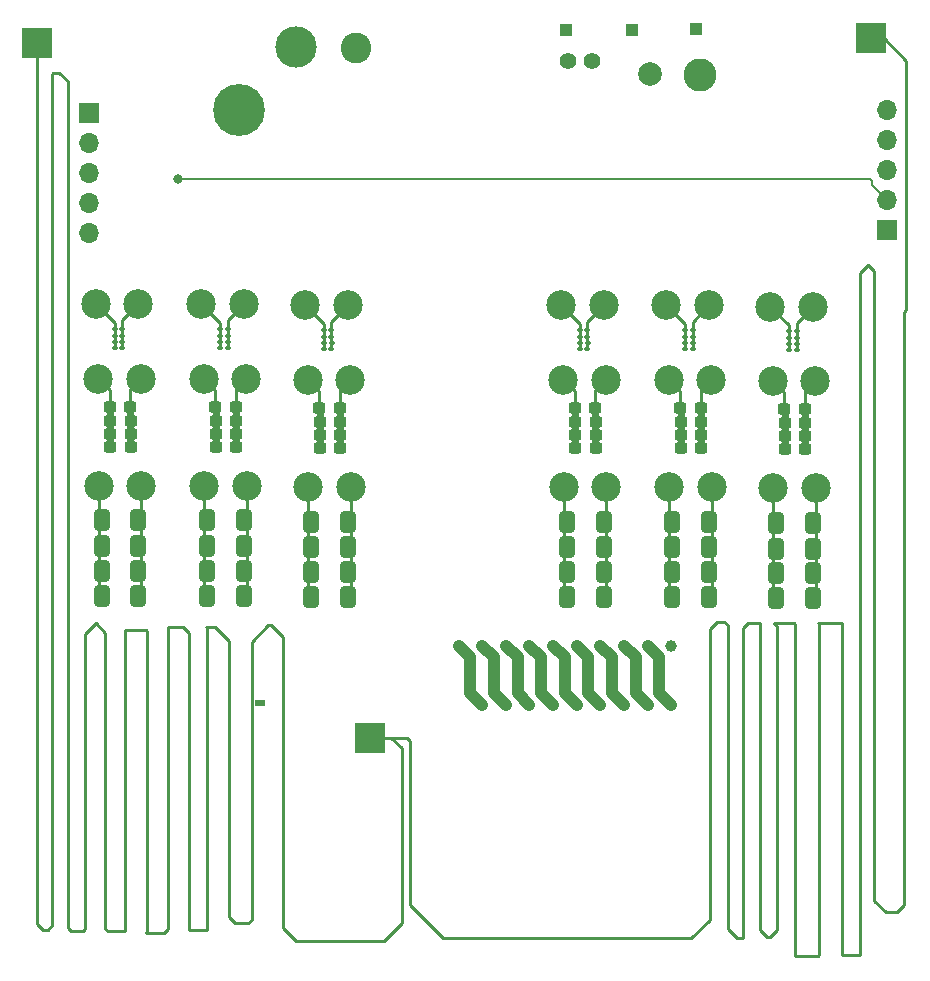
<source format=gbl>
G04 #@! TF.GenerationSoftware,KiCad,Pcbnew,(6.0.7)*
G04 #@! TF.CreationDate,2022-09-27T00:45:36+02:00*
G04 #@! TF.ProjectId,hamodule,68616d6f-6475-46c6-952e-6b696361645f,20220918.20*
G04 #@! TF.SameCoordinates,Original*
G04 #@! TF.FileFunction,Copper,L2,Bot*
G04 #@! TF.FilePolarity,Positive*
%FSLAX46Y46*%
G04 Gerber Fmt 4.6, Leading zero omitted, Abs format (unit mm)*
G04 Created by KiCad (PCBNEW (6.0.7)) date 2022-09-27 00:45:36*
%MOMM*%
%LPD*%
G01*
G04 APERTURE LIST*
G04 Aperture macros list*
%AMRoundRect*
0 Rectangle with rounded corners*
0 $1 Rounding radius*
0 $2 $3 $4 $5 $6 $7 $8 $9 X,Y pos of 4 corners*
0 Add a 4 corners polygon primitive as box body*
4,1,4,$2,$3,$4,$5,$6,$7,$8,$9,$2,$3,0*
0 Add four circle primitives for the rounded corners*
1,1,$1+$1,$2,$3*
1,1,$1+$1,$4,$5*
1,1,$1+$1,$6,$7*
1,1,$1+$1,$8,$9*
0 Add four rect primitives between the rounded corners*
20,1,$1+$1,$2,$3,$4,$5,0*
20,1,$1+$1,$4,$5,$6,$7,0*
20,1,$1+$1,$6,$7,$8,$9,0*
20,1,$1+$1,$8,$9,$2,$3,0*%
G04 Aperture macros list end*
G04 #@! TA.AperFunction,EtchedComponent*
%ADD10C,1.000000*%
G04 #@! TD*
G04 #@! TA.AperFunction,ComponentPad*
%ADD11R,2.500000X2.500000*%
G04 #@! TD*
G04 #@! TA.AperFunction,ComponentPad*
%ADD12R,1.000000X1.000000*%
G04 #@! TD*
G04 #@! TA.AperFunction,ConnectorPad*
%ADD13C,3.500000*%
G04 #@! TD*
G04 #@! TA.AperFunction,ComponentPad*
%ADD14C,2.600000*%
G04 #@! TD*
G04 #@! TA.AperFunction,ComponentPad*
%ADD15R,1.700000X1.700000*%
G04 #@! TD*
G04 #@! TA.AperFunction,ComponentPad*
%ADD16O,1.700000X1.700000*%
G04 #@! TD*
G04 #@! TA.AperFunction,ComponentPad*
%ADD17C,1.000000*%
G04 #@! TD*
G04 #@! TA.AperFunction,ComponentPad*
%ADD18C,2.000000*%
G04 #@! TD*
G04 #@! TA.AperFunction,ComponentPad*
%ADD19R,0.900000X0.500000*%
G04 #@! TD*
G04 #@! TA.AperFunction,ComponentPad*
%ADD20C,1.400000*%
G04 #@! TD*
G04 #@! TA.AperFunction,ComponentPad*
%ADD21C,2.800000*%
G04 #@! TD*
G04 #@! TA.AperFunction,ComponentPad*
%ADD22C,0.700000*%
G04 #@! TD*
G04 #@! TA.AperFunction,ComponentPad*
%ADD23C,4.400000*%
G04 #@! TD*
G04 #@! TA.AperFunction,SMDPad,CuDef*
%ADD24RoundRect,0.250000X0.412500X0.650000X-0.412500X0.650000X-0.412500X-0.650000X0.412500X-0.650000X0*%
G04 #@! TD*
G04 #@! TA.AperFunction,SMDPad,CuDef*
%ADD25RoundRect,0.237500X0.300000X0.237500X-0.300000X0.237500X-0.300000X-0.237500X0.300000X-0.237500X0*%
G04 #@! TD*
G04 #@! TA.AperFunction,SMDPad,CuDef*
%ADD26C,2.500000*%
G04 #@! TD*
G04 #@! TA.AperFunction,SMDPad,CuDef*
%ADD27RoundRect,0.100000X0.130000X0.100000X-0.130000X0.100000X-0.130000X-0.100000X0.130000X-0.100000X0*%
G04 #@! TD*
G04 #@! TA.AperFunction,ViaPad*
%ADD28C,0.800000*%
G04 #@! TD*
G04 #@! TA.AperFunction,Conductor*
%ADD29C,0.250000*%
G04 #@! TD*
G04 #@! TA.AperFunction,Conductor*
%ADD30C,0.600000*%
G04 #@! TD*
G04 #@! TA.AperFunction,Conductor*
%ADD31C,0.200000*%
G04 #@! TD*
G04 APERTURE END LIST*
D10*
X77400000Y-85300000D02*
X78400000Y-86300000D01*
X73400000Y-85300000D02*
X74400000Y-86300000D01*
X70400000Y-89300000D02*
X71400000Y-90300000D01*
X74400000Y-86300000D02*
X74400000Y-89300000D01*
X76400000Y-86300000D02*
X76400000Y-89300000D01*
X71400000Y-85300000D02*
X72400000Y-86300000D01*
X86400000Y-86300000D02*
X86400000Y-89300000D01*
X81400000Y-85300000D02*
X82400000Y-86300000D01*
X83400000Y-85300000D02*
X84400000Y-86300000D01*
X76400000Y-89300000D02*
X77400000Y-90300000D01*
X85400000Y-85300000D02*
X86400000Y-86300000D01*
X69400000Y-85300000D02*
X70400000Y-86300000D01*
X79400000Y-85300000D02*
X80400000Y-86300000D01*
X84400000Y-86300000D02*
X84400000Y-89300000D01*
X75400000Y-85300000D02*
X76400000Y-86300000D01*
X80400000Y-86300000D02*
X80400000Y-89300000D01*
X72400000Y-89300000D02*
X73400000Y-90300000D01*
X70400000Y-86300000D02*
X70400000Y-89300000D01*
X84400000Y-89300000D02*
X85400000Y-90300000D01*
X86400000Y-89300000D02*
X87400000Y-90300000D01*
X80400000Y-89300000D02*
X81400000Y-90300000D01*
X78400000Y-89300000D02*
X79400000Y-90300000D01*
X74400000Y-89300000D02*
X75400000Y-90300000D01*
X72400000Y-86300000D02*
X72400000Y-89300000D01*
X78400000Y-86300000D02*
X78400000Y-89300000D01*
X82400000Y-86300000D02*
X82400000Y-89300000D01*
X82400000Y-89300000D02*
X83400000Y-90300000D01*
D11*
X61900000Y-93100000D03*
X104300000Y-33900000D03*
X33700000Y-34300000D03*
D12*
X78500000Y-33200000D03*
D13*
X55600000Y-34600000D03*
D14*
X55600000Y-34600000D03*
D15*
X38076000Y-40175000D03*
D16*
X38076000Y-42715000D03*
X38076000Y-45255000D03*
X38076000Y-47795000D03*
X38076000Y-50335000D03*
D12*
X89500000Y-33100000D03*
D15*
X105664000Y-50146000D03*
D16*
X105664000Y-47606000D03*
X105664000Y-45066000D03*
X105664000Y-42526000D03*
X105664000Y-39986000D03*
D17*
X71400000Y-85300000D03*
X73400000Y-90300000D03*
X85400000Y-85300000D03*
X81400000Y-90300000D03*
X77400000Y-90300000D03*
X73400000Y-85300000D03*
X79400000Y-90300000D03*
X75400000Y-85300000D03*
X77400000Y-85300000D03*
X75400000Y-90300000D03*
X79400000Y-85300000D03*
X83400000Y-85300000D03*
X87400000Y-85300000D03*
X85400000Y-90300000D03*
X71400000Y-90300000D03*
X87400000Y-90300000D03*
X81400000Y-85300000D03*
X69400000Y-85300000D03*
X83400000Y-90300000D03*
D18*
X85600000Y-36900000D03*
D12*
X84100000Y-33200000D03*
D19*
X52600000Y-90200000D03*
D20*
X80700000Y-35800000D03*
X78700000Y-35800000D03*
D14*
X60700000Y-34700000D03*
D21*
X89800000Y-37000000D03*
D22*
X49633274Y-38833274D03*
X49633274Y-41166726D03*
X49150000Y-40000000D03*
D23*
X50800000Y-40000000D03*
D22*
X50800000Y-38350000D03*
X50800000Y-41650000D03*
X51966726Y-41166726D03*
X52450000Y-40000000D03*
X51966726Y-38833274D03*
D24*
X90600000Y-79100000D03*
X87475000Y-79100000D03*
D25*
X98737500Y-68700000D03*
X97012500Y-68700000D03*
D26*
X60220000Y-62800000D03*
D27*
X49860000Y-59600000D03*
X49220000Y-59600000D03*
D24*
X99400000Y-81300000D03*
X96275000Y-81300000D03*
D26*
X51220000Y-56400000D03*
D25*
X41637500Y-66300000D03*
X39912500Y-66300000D03*
X98737500Y-67600000D03*
X97012500Y-67600000D03*
D26*
X56657500Y-71900000D03*
D24*
X81680000Y-79100000D03*
X78555000Y-79100000D03*
D26*
X78080000Y-56500000D03*
D27*
X89240000Y-59700000D03*
X88600000Y-59700000D03*
D26*
X60020000Y-56500000D03*
D27*
X89220000Y-60200000D03*
X88580000Y-60200000D03*
X40920000Y-60100000D03*
X40280000Y-60100000D03*
D25*
X80980000Y-65200000D03*
X79255000Y-65200000D03*
D24*
X81680000Y-77000000D03*
X78555000Y-77000000D03*
D26*
X87200000Y-62800000D03*
D24*
X90600000Y-77000000D03*
X87475000Y-77000000D03*
X90600000Y-81200000D03*
X87475000Y-81200000D03*
D25*
X98737500Y-66500000D03*
X97012500Y-66500000D03*
X50520000Y-65100000D03*
X48795000Y-65100000D03*
D24*
X42300000Y-81100000D03*
X39175000Y-81100000D03*
D25*
X50557500Y-66300000D03*
X48832500Y-66300000D03*
D26*
X38900000Y-62700000D03*
D27*
X58660000Y-59700000D03*
X58020000Y-59700000D03*
D24*
X60020000Y-81200000D03*
X56895000Y-81200000D03*
X60020000Y-77000000D03*
X56895000Y-77000000D03*
D26*
X99400000Y-56600000D03*
D27*
X40920000Y-58500000D03*
X40280000Y-58500000D03*
D25*
X98700000Y-65300000D03*
X96975000Y-65300000D03*
D27*
X98020000Y-59300000D03*
X97380000Y-59300000D03*
D24*
X60020000Y-79100000D03*
X56895000Y-79100000D03*
D27*
X98020000Y-58700000D03*
X97380000Y-58700000D03*
X49840000Y-58500000D03*
X49200000Y-58500000D03*
D25*
X41637500Y-68500000D03*
X39912500Y-68500000D03*
D24*
X81680000Y-74800000D03*
X78555000Y-74800000D03*
D26*
X96037500Y-72000000D03*
D24*
X51220000Y-81100000D03*
X48095000Y-81100000D03*
D25*
X89937500Y-68600000D03*
X88212500Y-68600000D03*
D24*
X90600000Y-74800000D03*
X87475000Y-74800000D03*
X51220000Y-79000000D03*
X48095000Y-79000000D03*
D27*
X58640000Y-59200000D03*
X58000000Y-59200000D03*
X80300000Y-59200000D03*
X79660000Y-59200000D03*
D26*
X60257500Y-71900000D03*
X87000000Y-56500000D03*
D24*
X99400000Y-74900000D03*
X96275000Y-74900000D03*
D26*
X42500000Y-62700000D03*
D24*
X42300000Y-79000000D03*
X39175000Y-79000000D03*
D25*
X81017500Y-66400000D03*
X79292500Y-66400000D03*
D24*
X99400000Y-79200000D03*
X96275000Y-79200000D03*
X42300000Y-74700000D03*
X39175000Y-74700000D03*
D26*
X95800000Y-56600000D03*
X78280000Y-62800000D03*
X47857500Y-71800000D03*
X47820000Y-62700000D03*
D25*
X89900000Y-65200000D03*
X88175000Y-65200000D03*
D27*
X80300000Y-58600000D03*
X79660000Y-58600000D03*
X80320000Y-59700000D03*
X79680000Y-59700000D03*
D24*
X81680000Y-81200000D03*
X78555000Y-81200000D03*
D25*
X41637500Y-67400000D03*
X39912500Y-67400000D03*
D26*
X47620000Y-56400000D03*
D24*
X51220000Y-74700000D03*
X48095000Y-74700000D03*
X99400000Y-77100000D03*
X96275000Y-77100000D03*
D25*
X59357500Y-66400000D03*
X57632500Y-66400000D03*
D26*
X81880000Y-62800000D03*
D24*
X60020000Y-74800000D03*
X56895000Y-74800000D03*
D25*
X89937500Y-67500000D03*
X88212500Y-67500000D03*
D27*
X49840000Y-60100000D03*
X49200000Y-60100000D03*
D26*
X81917500Y-71900000D03*
X42300000Y-56400000D03*
X90600000Y-56500000D03*
D27*
X40940000Y-59600000D03*
X40300000Y-59600000D03*
D24*
X51220000Y-76900000D03*
X48095000Y-76900000D03*
D27*
X80300000Y-60200000D03*
X79660000Y-60200000D03*
D26*
X56420000Y-56500000D03*
D27*
X98040000Y-59800000D03*
X97400000Y-59800000D03*
X40920000Y-59100000D03*
X40280000Y-59100000D03*
X89220000Y-59200000D03*
X88580000Y-59200000D03*
D26*
X38937500Y-71800000D03*
D25*
X50557500Y-68500000D03*
X48832500Y-68500000D03*
X81017500Y-67500000D03*
X79292500Y-67500000D03*
D26*
X81680000Y-56500000D03*
X99600000Y-62900000D03*
D27*
X58640000Y-60200000D03*
X58000000Y-60200000D03*
D24*
X42300000Y-76900000D03*
X39175000Y-76900000D03*
D25*
X41600000Y-65100000D03*
X39875000Y-65100000D03*
D26*
X87237500Y-71900000D03*
D25*
X59320000Y-65200000D03*
X57595000Y-65200000D03*
D26*
X42537500Y-71800000D03*
X78317500Y-71900000D03*
D25*
X59357500Y-68600000D03*
X57632500Y-68600000D03*
X59357500Y-67500000D03*
X57632500Y-67500000D03*
X89937500Y-66400000D03*
X88212500Y-66400000D03*
D27*
X58640000Y-58600000D03*
X58000000Y-58600000D03*
D26*
X90837500Y-71900000D03*
X90800000Y-62800000D03*
X51457500Y-71800000D03*
D25*
X50557500Y-67400000D03*
X48832500Y-67400000D03*
D26*
X38700000Y-56400000D03*
X99637500Y-72000000D03*
X96000000Y-62900000D03*
D27*
X89220000Y-58600000D03*
X88580000Y-58600000D03*
X98020000Y-60300000D03*
X97380000Y-60300000D03*
D26*
X51420000Y-62700000D03*
X56620000Y-62800000D03*
D27*
X49840000Y-59100000D03*
X49200000Y-59100000D03*
D25*
X81017500Y-68600000D03*
X79292500Y-68600000D03*
D28*
X45624500Y-45784500D03*
D29*
X65000000Y-93100000D02*
X61900000Y-93100000D01*
X65300000Y-93400000D02*
X65000000Y-93100000D01*
X64600000Y-108800000D02*
X64600000Y-94000000D01*
X63100000Y-110300000D02*
X64600000Y-108800000D01*
X55600000Y-110300000D02*
X63100000Y-110300000D01*
X54500000Y-109200000D02*
X55600000Y-110300000D01*
X54500000Y-84600000D02*
X54500000Y-109200000D01*
X53500000Y-83600000D02*
X54500000Y-84600000D01*
X63700000Y-93100000D02*
X61900000Y-93100000D01*
X51900000Y-85000000D02*
X53300000Y-83600000D01*
X51900000Y-108500000D02*
X51900000Y-85000000D01*
X51600000Y-108800000D02*
X51900000Y-108500000D01*
X50000000Y-84900000D02*
X50000000Y-108300000D01*
X48000000Y-83700000D02*
X48800000Y-83700000D01*
X48100000Y-83800000D02*
X48000000Y-83700000D01*
X46600000Y-109400000D02*
X48100000Y-109400000D01*
X46600000Y-84200000D02*
X46600000Y-109400000D01*
X46100000Y-83700000D02*
X46600000Y-84200000D01*
X44800000Y-83700000D02*
X46100000Y-83700000D01*
X44500000Y-109600000D02*
X44800000Y-109300000D01*
X42900000Y-109600000D02*
X44500000Y-109600000D01*
X43000000Y-109500000D02*
X42900000Y-109600000D01*
X42900000Y-84000000D02*
X43000000Y-84100000D01*
X48100000Y-109400000D02*
X48100000Y-83800000D01*
X41200000Y-84000000D02*
X42900000Y-84000000D01*
X43000000Y-84100000D02*
X43000000Y-109500000D01*
X41200000Y-109500000D02*
X41200000Y-84000000D01*
X44800000Y-109300000D02*
X44800000Y-83700000D01*
X39700000Y-109500000D02*
X41200000Y-109500000D01*
X39500000Y-109300000D02*
X39700000Y-109500000D01*
X39500000Y-84200000D02*
X39500000Y-109300000D01*
X38700000Y-83400000D02*
X39500000Y-84200000D01*
X37800000Y-84300000D02*
X38700000Y-83400000D01*
X37800000Y-109300000D02*
X37800000Y-84300000D01*
X37600000Y-109500000D02*
X37800000Y-109300000D01*
X36600000Y-109500000D02*
X37600000Y-109500000D01*
X36300000Y-109200000D02*
X36600000Y-109500000D01*
X36300000Y-37500000D02*
X36300000Y-109200000D01*
X35000000Y-36900000D02*
X35100000Y-36800000D01*
X34600000Y-109400000D02*
X35000000Y-109000000D01*
X64600000Y-94000000D02*
X63700000Y-93100000D01*
X34200000Y-109400000D02*
X34600000Y-109400000D01*
X50500000Y-108800000D02*
X51600000Y-108800000D01*
X35000000Y-109000000D02*
X35000000Y-36900000D01*
X48800000Y-83700000D02*
X50000000Y-84900000D01*
X35100000Y-36800000D02*
X35600000Y-36800000D01*
X33700000Y-108900000D02*
X34200000Y-109400000D01*
X35600000Y-36800000D02*
X36300000Y-37500000D01*
X50000000Y-108300000D02*
X50500000Y-108800000D01*
X33700000Y-34300000D02*
X33700000Y-108900000D01*
X53300000Y-83600000D02*
X53500000Y-83600000D01*
X65300000Y-107300000D02*
X68100000Y-110100000D01*
X105400000Y-33900000D02*
X104300000Y-33900000D01*
X107300000Y-56900000D02*
X107300000Y-35800000D01*
X107100000Y-57100000D02*
X107300000Y-56900000D01*
X107100000Y-107300000D02*
X107100000Y-57100000D01*
X106500000Y-107900000D02*
X107100000Y-107300000D01*
X104100000Y-53100000D02*
X104600000Y-53600000D01*
X103400000Y-53800000D02*
X104100000Y-53100000D01*
X103400000Y-111500000D02*
X103400000Y-53800000D01*
X99800000Y-83400000D02*
X101900000Y-83400000D01*
X105600000Y-107900000D02*
X106500000Y-107900000D01*
X99900000Y-83500000D02*
X99800000Y-83400000D01*
X104600000Y-53600000D02*
X104600000Y-106900000D01*
X99800000Y-111600000D02*
X99900000Y-111500000D01*
X97900000Y-111600000D02*
X99800000Y-111600000D01*
X97900000Y-83500000D02*
X97900000Y-111600000D01*
X97800000Y-83400000D02*
X97900000Y-83500000D01*
X96100000Y-83400000D02*
X97800000Y-83400000D01*
X96400000Y-83700000D02*
X96100000Y-83400000D01*
X107300000Y-35800000D02*
X105400000Y-33900000D01*
X96400000Y-109400000D02*
X96400000Y-83700000D01*
X95800000Y-110000000D02*
X96400000Y-109400000D01*
X95500000Y-110000000D02*
X95800000Y-110000000D01*
X94900000Y-109400000D02*
X95500000Y-110000000D01*
X101900000Y-83400000D02*
X101900000Y-111500000D01*
X94900000Y-83400000D02*
X94900000Y-109400000D01*
X93900000Y-83400000D02*
X94900000Y-83400000D01*
X93500000Y-83800000D02*
X93900000Y-83400000D01*
X101900000Y-111500000D02*
X103400000Y-111500000D01*
X93500000Y-110100000D02*
X93500000Y-83800000D01*
X93000000Y-110100000D02*
X93500000Y-110100000D01*
X92200000Y-109300000D02*
X93000000Y-110100000D01*
X91900000Y-83300000D02*
X92200000Y-83600000D01*
X99900000Y-111500000D02*
X99900000Y-83500000D01*
X91300000Y-83300000D02*
X91900000Y-83300000D01*
X90700000Y-108500000D02*
X90700000Y-83900000D01*
X90700000Y-83900000D02*
X91300000Y-83300000D01*
X92200000Y-83600000D02*
X92200000Y-109300000D01*
X89100000Y-110100000D02*
X90700000Y-108500000D01*
X104600000Y-106900000D02*
X105600000Y-107900000D01*
X68100000Y-110100000D02*
X89100000Y-110100000D01*
X65300000Y-93400000D02*
X65300000Y-107300000D01*
X87237500Y-71900000D02*
X87237500Y-80962500D01*
X98700000Y-63800000D02*
X99600000Y-62900000D01*
X49840000Y-58500000D02*
X49840000Y-60100000D01*
X58640000Y-58600000D02*
X58640000Y-60200000D01*
X78080000Y-56500000D02*
X79660000Y-58080000D01*
D30*
X39912500Y-65137500D02*
X39875000Y-65100000D01*
D29*
X42300000Y-81100000D02*
X42537500Y-80862500D01*
D30*
X50520000Y-65100000D02*
X50520000Y-68462500D01*
D29*
X90600000Y-81200000D02*
X90837500Y-80962500D01*
X96975000Y-65300000D02*
X96975000Y-63875000D01*
X80300000Y-57880000D02*
X81680000Y-56500000D01*
D30*
X57632500Y-68600000D02*
X57632500Y-65237500D01*
D29*
X38937500Y-80862500D02*
X39175000Y-81100000D01*
X57595000Y-63775000D02*
X56620000Y-62800000D01*
X89220000Y-58600000D02*
X89220000Y-60200000D01*
X78317500Y-80962500D02*
X78555000Y-81200000D01*
X58000000Y-58600000D02*
X58000000Y-60200000D01*
X42537500Y-80862500D02*
X42537500Y-71800000D01*
D30*
X97012500Y-68700000D02*
X97012500Y-65337500D01*
D29*
X80980000Y-63700000D02*
X81880000Y-62800000D01*
X58640000Y-58600000D02*
X58640000Y-57880000D01*
X81917500Y-80962500D02*
X81917500Y-71900000D01*
X98700000Y-65300000D02*
X98700000Y-63800000D01*
X80300000Y-58600000D02*
X80300000Y-60200000D01*
X38700000Y-56400000D02*
X40280000Y-57980000D01*
D30*
X59320000Y-68562500D02*
X59357500Y-68600000D01*
D29*
X89220000Y-58600000D02*
X89220000Y-57880000D01*
D30*
X89900000Y-65200000D02*
X89900000Y-68562500D01*
D29*
X79660000Y-58080000D02*
X79660000Y-58600000D01*
X56420000Y-56500000D02*
X58000000Y-58080000D01*
X56657500Y-80962500D02*
X56895000Y-81200000D01*
D30*
X97012500Y-65337500D02*
X96975000Y-65300000D01*
X88212500Y-65237500D02*
X88175000Y-65200000D01*
D29*
X60257500Y-80962500D02*
X60257500Y-71900000D01*
X47620000Y-56400000D02*
X49200000Y-57980000D01*
X88175000Y-63775000D02*
X87200000Y-62800000D01*
X40920000Y-57780000D02*
X42300000Y-56400000D01*
D30*
X89900000Y-68562500D02*
X89937500Y-68600000D01*
D29*
X96037500Y-81062500D02*
X96275000Y-81300000D01*
X96975000Y-63875000D02*
X96000000Y-62900000D01*
X50520000Y-63600000D02*
X51420000Y-62700000D01*
X39875000Y-65100000D02*
X39875000Y-63675000D01*
D30*
X88212500Y-68600000D02*
X88212500Y-65237500D01*
X39912500Y-68500000D02*
X39912500Y-65137500D01*
D29*
X48795000Y-65100000D02*
X48795000Y-63675000D01*
X89900000Y-65200000D02*
X89900000Y-63700000D01*
X98020000Y-57980000D02*
X99400000Y-56600000D01*
X57595000Y-65200000D02*
X57595000Y-63775000D01*
X89220000Y-57880000D02*
X90600000Y-56500000D01*
X49200000Y-58500000D02*
X49200000Y-60100000D01*
D30*
X80980000Y-68562500D02*
X81017500Y-68600000D01*
D29*
X38937500Y-71800000D02*
X38937500Y-80862500D01*
D30*
X79292500Y-68600000D02*
X79292500Y-65237500D01*
D29*
X41600000Y-65100000D02*
X41600000Y-63600000D01*
X97380000Y-58180000D02*
X97380000Y-58700000D01*
X51220000Y-81100000D02*
X51457500Y-80862500D01*
D30*
X41600000Y-68462500D02*
X41637500Y-68500000D01*
D29*
X79255000Y-63775000D02*
X78280000Y-62800000D01*
X48795000Y-63675000D02*
X47820000Y-62700000D01*
X40920000Y-58500000D02*
X40920000Y-57780000D01*
D30*
X98700000Y-68662500D02*
X98737500Y-68700000D01*
D29*
X49840000Y-58500000D02*
X49840000Y-57780000D01*
X80300000Y-58600000D02*
X80300000Y-57880000D01*
X90837500Y-80962500D02*
X90837500Y-71900000D01*
X98020000Y-58700000D02*
X98020000Y-57980000D01*
X88580000Y-58600000D02*
X88580000Y-60200000D01*
X56657500Y-71900000D02*
X56657500Y-80962500D01*
D30*
X57632500Y-65237500D02*
X57595000Y-65200000D01*
D29*
X58640000Y-57880000D02*
X60020000Y-56500000D01*
X81680000Y-81200000D02*
X81917500Y-80962500D01*
X99400000Y-81300000D02*
X99637500Y-81062500D01*
X98020000Y-58700000D02*
X98020000Y-60300000D01*
X79255000Y-65200000D02*
X79255000Y-63775000D01*
X88580000Y-58080000D02*
X88580000Y-58600000D01*
X47857500Y-80862500D02*
X48095000Y-81100000D01*
X79660000Y-58600000D02*
X79660000Y-60200000D01*
X88175000Y-65200000D02*
X88175000Y-63775000D01*
X58000000Y-58080000D02*
X58000000Y-58600000D01*
X40280000Y-57980000D02*
X40280000Y-58500000D01*
X41600000Y-63600000D02*
X42500000Y-62700000D01*
X60020000Y-81200000D02*
X60257500Y-80962500D01*
X95800000Y-56600000D02*
X97380000Y-58180000D01*
X51457500Y-80862500D02*
X51457500Y-71800000D01*
D30*
X79292500Y-65237500D02*
X79255000Y-65200000D01*
X50520000Y-68462500D02*
X50557500Y-68500000D01*
X48832500Y-65137500D02*
X48795000Y-65100000D01*
D29*
X50520000Y-65100000D02*
X50520000Y-63600000D01*
D30*
X41600000Y-65100000D02*
X41600000Y-68462500D01*
D29*
X97380000Y-58700000D02*
X97380000Y-60300000D01*
D30*
X59320000Y-65200000D02*
X59320000Y-68562500D01*
D29*
X39875000Y-63675000D02*
X38900000Y-62700000D01*
X89900000Y-63700000D02*
X90800000Y-62800000D01*
X40920000Y-58500000D02*
X40920000Y-60100000D01*
X87237500Y-80962500D02*
X87475000Y-81200000D01*
X87000000Y-56500000D02*
X88580000Y-58080000D01*
X80980000Y-65200000D02*
X80980000Y-63700000D01*
X49200000Y-57980000D02*
X49200000Y-58500000D01*
D30*
X98700000Y-65300000D02*
X98700000Y-68662500D01*
X48832500Y-68500000D02*
X48832500Y-65137500D01*
X80980000Y-65200000D02*
X80980000Y-68562500D01*
D29*
X47857500Y-71800000D02*
X47857500Y-80862500D01*
X99637500Y-81062500D02*
X99637500Y-72000000D01*
X40280000Y-58500000D02*
X40280000Y-60100000D01*
X59320000Y-65200000D02*
X59320000Y-63700000D01*
X59320000Y-63700000D02*
X60220000Y-62800000D01*
X49840000Y-57780000D02*
X51220000Y-56400000D01*
X78317500Y-71900000D02*
X78317500Y-80962500D01*
X96037500Y-72000000D02*
X96037500Y-81062500D01*
D31*
X45643500Y-45765500D02*
X45624500Y-45784500D01*
X104394000Y-45955000D02*
X104204500Y-45765500D01*
X104204500Y-45765500D02*
X45643500Y-45765500D01*
X104394000Y-46336000D02*
X104394000Y-45955000D01*
X105664000Y-47606000D02*
X104394000Y-46336000D01*
M02*

</source>
